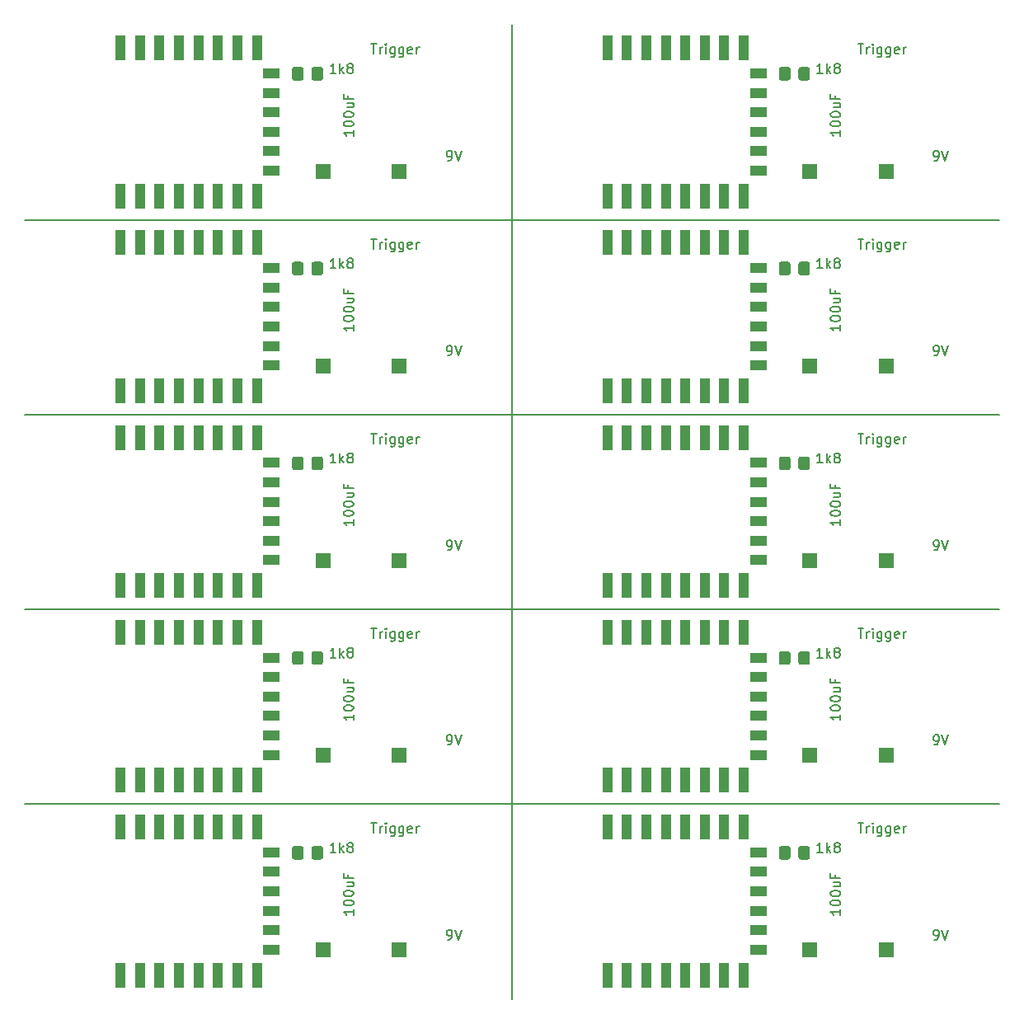
<source format=gbr>
%TF.GenerationSoftware,KiCad,Pcbnew,(5.1.9)-1*%
%TF.CreationDate,2021-05-04T22:29:10+02:00*%
%TF.ProjectId,DOORSENSOR_Simple_9V,444f4f52-5345-44e5-934f-525f53696d70,rev?*%
%TF.SameCoordinates,Original*%
%TF.FileFunction,Paste,Top*%
%TF.FilePolarity,Positive*%
%FSLAX46Y46*%
G04 Gerber Fmt 4.6, Leading zero omitted, Abs format (unit mm)*
G04 Created by KiCad (PCBNEW (5.1.9)-1) date 2021-05-04 22:29:10*
%MOMM*%
%LPD*%
G01*
G04 APERTURE LIST*
%ADD10C,0.150000*%
%ADD11R,1.000000X2.500000*%
%ADD12R,1.800000X1.000000*%
%ADD13R,1.500000X1.500000*%
G04 APERTURE END LIST*
D10*
X26000000Y-76000000D02*
X126000000Y-76000000D01*
X76000000Y-36000000D02*
X76000000Y-136000000D01*
X26000000Y-116000000D02*
X126000000Y-116000000D01*
X26000000Y-96000000D02*
X126000000Y-96000000D01*
X26000000Y-56000000D02*
X126000000Y-56000000D01*
%TO.C,SW1*%
X61523809Y-117952380D02*
X62095238Y-117952380D01*
X61809523Y-118952380D02*
X61809523Y-117952380D01*
X62428571Y-118952380D02*
X62428571Y-118285714D01*
X62428571Y-118476190D02*
X62476190Y-118380952D01*
X62523809Y-118333333D01*
X62619047Y-118285714D01*
X62714285Y-118285714D01*
X63047619Y-118952380D02*
X63047619Y-118285714D01*
X63047619Y-117952380D02*
X63000000Y-118000000D01*
X63047619Y-118047619D01*
X63095238Y-118000000D01*
X63047619Y-117952380D01*
X63047619Y-118047619D01*
X63952380Y-118285714D02*
X63952380Y-119095238D01*
X63904761Y-119190476D01*
X63857142Y-119238095D01*
X63761904Y-119285714D01*
X63619047Y-119285714D01*
X63523809Y-119238095D01*
X63952380Y-118904761D02*
X63857142Y-118952380D01*
X63666666Y-118952380D01*
X63571428Y-118904761D01*
X63523809Y-118857142D01*
X63476190Y-118761904D01*
X63476190Y-118476190D01*
X63523809Y-118380952D01*
X63571428Y-118333333D01*
X63666666Y-118285714D01*
X63857142Y-118285714D01*
X63952380Y-118333333D01*
X64857142Y-118285714D02*
X64857142Y-119095238D01*
X64809523Y-119190476D01*
X64761904Y-119238095D01*
X64666666Y-119285714D01*
X64523809Y-119285714D01*
X64428571Y-119238095D01*
X64857142Y-118904761D02*
X64761904Y-118952380D01*
X64571428Y-118952380D01*
X64476190Y-118904761D01*
X64428571Y-118857142D01*
X64380952Y-118761904D01*
X64380952Y-118476190D01*
X64428571Y-118380952D01*
X64476190Y-118333333D01*
X64571428Y-118285714D01*
X64761904Y-118285714D01*
X64857142Y-118333333D01*
X65714285Y-118904761D02*
X65619047Y-118952380D01*
X65428571Y-118952380D01*
X65333333Y-118904761D01*
X65285714Y-118809523D01*
X65285714Y-118428571D01*
X65333333Y-118333333D01*
X65428571Y-118285714D01*
X65619047Y-118285714D01*
X65714285Y-118333333D01*
X65761904Y-118428571D01*
X65761904Y-118523809D01*
X65285714Y-118619047D01*
X66190476Y-118952380D02*
X66190476Y-118285714D01*
X66190476Y-118476190D02*
X66238095Y-118380952D01*
X66285714Y-118333333D01*
X66380952Y-118285714D01*
X66476190Y-118285714D01*
%TO.C,J1*%
X69380952Y-129902380D02*
X69571428Y-129902380D01*
X69666666Y-129854761D01*
X69714285Y-129807142D01*
X69809523Y-129664285D01*
X69857142Y-129473809D01*
X69857142Y-129092857D01*
X69809523Y-128997619D01*
X69761904Y-128950000D01*
X69666666Y-128902380D01*
X69476190Y-128902380D01*
X69380952Y-128950000D01*
X69333333Y-128997619D01*
X69285714Y-129092857D01*
X69285714Y-129330952D01*
X69333333Y-129426190D01*
X69380952Y-129473809D01*
X69476190Y-129521428D01*
X69666666Y-129521428D01*
X69761904Y-129473809D01*
X69809523Y-129426190D01*
X69857142Y-129330952D01*
X70142857Y-128902380D02*
X70476190Y-129902380D01*
X70809523Y-128902380D01*
%TO.C,R3*%
X107904761Y-120952380D02*
X107333333Y-120952380D01*
X107619047Y-120952380D02*
X107619047Y-119952380D01*
X107523809Y-120095238D01*
X107428571Y-120190476D01*
X107333333Y-120238095D01*
X108333333Y-120952380D02*
X108333333Y-119952380D01*
X108428571Y-120571428D02*
X108714285Y-120952380D01*
X108714285Y-120285714D02*
X108333333Y-120666666D01*
X109285714Y-120380952D02*
X109190476Y-120333333D01*
X109142857Y-120285714D01*
X109095238Y-120190476D01*
X109095238Y-120142857D01*
X109142857Y-120047619D01*
X109190476Y-120000000D01*
X109285714Y-119952380D01*
X109476190Y-119952380D01*
X109571428Y-120000000D01*
X109619047Y-120047619D01*
X109666666Y-120142857D01*
X109666666Y-120190476D01*
X109619047Y-120285714D01*
X109571428Y-120333333D01*
X109476190Y-120380952D01*
X109285714Y-120380952D01*
X109190476Y-120428571D01*
X109142857Y-120476190D01*
X109095238Y-120571428D01*
X109095238Y-120761904D01*
X109142857Y-120857142D01*
X109190476Y-120904761D01*
X109285714Y-120952380D01*
X109476190Y-120952380D01*
X109571428Y-120904761D01*
X109619047Y-120857142D01*
X109666666Y-120761904D01*
X109666666Y-120571428D01*
X109619047Y-120476190D01*
X109571428Y-120428571D01*
X109476190Y-120380952D01*
%TO.C,SW1*%
X111523809Y-117952380D02*
X112095238Y-117952380D01*
X111809523Y-118952380D02*
X111809523Y-117952380D01*
X112428571Y-118952380D02*
X112428571Y-118285714D01*
X112428571Y-118476190D02*
X112476190Y-118380952D01*
X112523809Y-118333333D01*
X112619047Y-118285714D01*
X112714285Y-118285714D01*
X113047619Y-118952380D02*
X113047619Y-118285714D01*
X113047619Y-117952380D02*
X113000000Y-118000000D01*
X113047619Y-118047619D01*
X113095238Y-118000000D01*
X113047619Y-117952380D01*
X113047619Y-118047619D01*
X113952380Y-118285714D02*
X113952380Y-119095238D01*
X113904761Y-119190476D01*
X113857142Y-119238095D01*
X113761904Y-119285714D01*
X113619047Y-119285714D01*
X113523809Y-119238095D01*
X113952380Y-118904761D02*
X113857142Y-118952380D01*
X113666666Y-118952380D01*
X113571428Y-118904761D01*
X113523809Y-118857142D01*
X113476190Y-118761904D01*
X113476190Y-118476190D01*
X113523809Y-118380952D01*
X113571428Y-118333333D01*
X113666666Y-118285714D01*
X113857142Y-118285714D01*
X113952380Y-118333333D01*
X114857142Y-118285714D02*
X114857142Y-119095238D01*
X114809523Y-119190476D01*
X114761904Y-119238095D01*
X114666666Y-119285714D01*
X114523809Y-119285714D01*
X114428571Y-119238095D01*
X114857142Y-118904761D02*
X114761904Y-118952380D01*
X114571428Y-118952380D01*
X114476190Y-118904761D01*
X114428571Y-118857142D01*
X114380952Y-118761904D01*
X114380952Y-118476190D01*
X114428571Y-118380952D01*
X114476190Y-118333333D01*
X114571428Y-118285714D01*
X114761904Y-118285714D01*
X114857142Y-118333333D01*
X115714285Y-118904761D02*
X115619047Y-118952380D01*
X115428571Y-118952380D01*
X115333333Y-118904761D01*
X115285714Y-118809523D01*
X115285714Y-118428571D01*
X115333333Y-118333333D01*
X115428571Y-118285714D01*
X115619047Y-118285714D01*
X115714285Y-118333333D01*
X115761904Y-118428571D01*
X115761904Y-118523809D01*
X115285714Y-118619047D01*
X116190476Y-118952380D02*
X116190476Y-118285714D01*
X116190476Y-118476190D02*
X116238095Y-118380952D01*
X116285714Y-118333333D01*
X116380952Y-118285714D01*
X116476190Y-118285714D01*
%TO.C,C1*%
X109702380Y-126797619D02*
X109702380Y-127369047D01*
X109702380Y-127083333D02*
X108702380Y-127083333D01*
X108845238Y-127178571D01*
X108940476Y-127273809D01*
X108988095Y-127369047D01*
X108702380Y-126178571D02*
X108702380Y-126083333D01*
X108750000Y-125988095D01*
X108797619Y-125940476D01*
X108892857Y-125892857D01*
X109083333Y-125845238D01*
X109321428Y-125845238D01*
X109511904Y-125892857D01*
X109607142Y-125940476D01*
X109654761Y-125988095D01*
X109702380Y-126083333D01*
X109702380Y-126178571D01*
X109654761Y-126273809D01*
X109607142Y-126321428D01*
X109511904Y-126369047D01*
X109321428Y-126416666D01*
X109083333Y-126416666D01*
X108892857Y-126369047D01*
X108797619Y-126321428D01*
X108750000Y-126273809D01*
X108702380Y-126178571D01*
X108702380Y-125226190D02*
X108702380Y-125130952D01*
X108750000Y-125035714D01*
X108797619Y-124988095D01*
X108892857Y-124940476D01*
X109083333Y-124892857D01*
X109321428Y-124892857D01*
X109511904Y-124940476D01*
X109607142Y-124988095D01*
X109654761Y-125035714D01*
X109702380Y-125130952D01*
X109702380Y-125226190D01*
X109654761Y-125321428D01*
X109607142Y-125369047D01*
X109511904Y-125416666D01*
X109321428Y-125464285D01*
X109083333Y-125464285D01*
X108892857Y-125416666D01*
X108797619Y-125369047D01*
X108750000Y-125321428D01*
X108702380Y-125226190D01*
X109035714Y-124035714D02*
X109702380Y-124035714D01*
X109035714Y-124464285D02*
X109559523Y-124464285D01*
X109654761Y-124416666D01*
X109702380Y-124321428D01*
X109702380Y-124178571D01*
X109654761Y-124083333D01*
X109607142Y-124035714D01*
X109178571Y-123226190D02*
X109178571Y-123559523D01*
X109702380Y-123559523D02*
X108702380Y-123559523D01*
X108702380Y-123083333D01*
X59702380Y-126797619D02*
X59702380Y-127369047D01*
X59702380Y-127083333D02*
X58702380Y-127083333D01*
X58845238Y-127178571D01*
X58940476Y-127273809D01*
X58988095Y-127369047D01*
X58702380Y-126178571D02*
X58702380Y-126083333D01*
X58750000Y-125988095D01*
X58797619Y-125940476D01*
X58892857Y-125892857D01*
X59083333Y-125845238D01*
X59321428Y-125845238D01*
X59511904Y-125892857D01*
X59607142Y-125940476D01*
X59654761Y-125988095D01*
X59702380Y-126083333D01*
X59702380Y-126178571D01*
X59654761Y-126273809D01*
X59607142Y-126321428D01*
X59511904Y-126369047D01*
X59321428Y-126416666D01*
X59083333Y-126416666D01*
X58892857Y-126369047D01*
X58797619Y-126321428D01*
X58750000Y-126273809D01*
X58702380Y-126178571D01*
X58702380Y-125226190D02*
X58702380Y-125130952D01*
X58750000Y-125035714D01*
X58797619Y-124988095D01*
X58892857Y-124940476D01*
X59083333Y-124892857D01*
X59321428Y-124892857D01*
X59511904Y-124940476D01*
X59607142Y-124988095D01*
X59654761Y-125035714D01*
X59702380Y-125130952D01*
X59702380Y-125226190D01*
X59654761Y-125321428D01*
X59607142Y-125369047D01*
X59511904Y-125416666D01*
X59321428Y-125464285D01*
X59083333Y-125464285D01*
X58892857Y-125416666D01*
X58797619Y-125369047D01*
X58750000Y-125321428D01*
X58702380Y-125226190D01*
X59035714Y-124035714D02*
X59702380Y-124035714D01*
X59035714Y-124464285D02*
X59559523Y-124464285D01*
X59654761Y-124416666D01*
X59702380Y-124321428D01*
X59702380Y-124178571D01*
X59654761Y-124083333D01*
X59607142Y-124035714D01*
X59178571Y-123226190D02*
X59178571Y-123559523D01*
X59702380Y-123559523D02*
X58702380Y-123559523D01*
X58702380Y-123083333D01*
%TO.C,R3*%
X57904761Y-120952380D02*
X57333333Y-120952380D01*
X57619047Y-120952380D02*
X57619047Y-119952380D01*
X57523809Y-120095238D01*
X57428571Y-120190476D01*
X57333333Y-120238095D01*
X58333333Y-120952380D02*
X58333333Y-119952380D01*
X58428571Y-120571428D02*
X58714285Y-120952380D01*
X58714285Y-120285714D02*
X58333333Y-120666666D01*
X59285714Y-120380952D02*
X59190476Y-120333333D01*
X59142857Y-120285714D01*
X59095238Y-120190476D01*
X59095238Y-120142857D01*
X59142857Y-120047619D01*
X59190476Y-120000000D01*
X59285714Y-119952380D01*
X59476190Y-119952380D01*
X59571428Y-120000000D01*
X59619047Y-120047619D01*
X59666666Y-120142857D01*
X59666666Y-120190476D01*
X59619047Y-120285714D01*
X59571428Y-120333333D01*
X59476190Y-120380952D01*
X59285714Y-120380952D01*
X59190476Y-120428571D01*
X59142857Y-120476190D01*
X59095238Y-120571428D01*
X59095238Y-120761904D01*
X59142857Y-120857142D01*
X59190476Y-120904761D01*
X59285714Y-120952380D01*
X59476190Y-120952380D01*
X59571428Y-120904761D01*
X59619047Y-120857142D01*
X59666666Y-120761904D01*
X59666666Y-120571428D01*
X59619047Y-120476190D01*
X59571428Y-120428571D01*
X59476190Y-120380952D01*
%TO.C,J1*%
X119380952Y-129902380D02*
X119571428Y-129902380D01*
X119666666Y-129854761D01*
X119714285Y-129807142D01*
X119809523Y-129664285D01*
X119857142Y-129473809D01*
X119857142Y-129092857D01*
X119809523Y-128997619D01*
X119761904Y-128950000D01*
X119666666Y-128902380D01*
X119476190Y-128902380D01*
X119380952Y-128950000D01*
X119333333Y-128997619D01*
X119285714Y-129092857D01*
X119285714Y-129330952D01*
X119333333Y-129426190D01*
X119380952Y-129473809D01*
X119476190Y-129521428D01*
X119666666Y-129521428D01*
X119761904Y-129473809D01*
X119809523Y-129426190D01*
X119857142Y-129330952D01*
X120142857Y-128902380D02*
X120476190Y-129902380D01*
X120809523Y-128902380D01*
%TO.C,R3*%
X57904761Y-100952380D02*
X57333333Y-100952380D01*
X57619047Y-100952380D02*
X57619047Y-99952380D01*
X57523809Y-100095238D01*
X57428571Y-100190476D01*
X57333333Y-100238095D01*
X58333333Y-100952380D02*
X58333333Y-99952380D01*
X58428571Y-100571428D02*
X58714285Y-100952380D01*
X58714285Y-100285714D02*
X58333333Y-100666666D01*
X59285714Y-100380952D02*
X59190476Y-100333333D01*
X59142857Y-100285714D01*
X59095238Y-100190476D01*
X59095238Y-100142857D01*
X59142857Y-100047619D01*
X59190476Y-100000000D01*
X59285714Y-99952380D01*
X59476190Y-99952380D01*
X59571428Y-100000000D01*
X59619047Y-100047619D01*
X59666666Y-100142857D01*
X59666666Y-100190476D01*
X59619047Y-100285714D01*
X59571428Y-100333333D01*
X59476190Y-100380952D01*
X59285714Y-100380952D01*
X59190476Y-100428571D01*
X59142857Y-100476190D01*
X59095238Y-100571428D01*
X59095238Y-100761904D01*
X59142857Y-100857142D01*
X59190476Y-100904761D01*
X59285714Y-100952380D01*
X59476190Y-100952380D01*
X59571428Y-100904761D01*
X59619047Y-100857142D01*
X59666666Y-100761904D01*
X59666666Y-100571428D01*
X59619047Y-100476190D01*
X59571428Y-100428571D01*
X59476190Y-100380952D01*
%TO.C,J1*%
X119380952Y-109902380D02*
X119571428Y-109902380D01*
X119666666Y-109854761D01*
X119714285Y-109807142D01*
X119809523Y-109664285D01*
X119857142Y-109473809D01*
X119857142Y-109092857D01*
X119809523Y-108997619D01*
X119761904Y-108950000D01*
X119666666Y-108902380D01*
X119476190Y-108902380D01*
X119380952Y-108950000D01*
X119333333Y-108997619D01*
X119285714Y-109092857D01*
X119285714Y-109330952D01*
X119333333Y-109426190D01*
X119380952Y-109473809D01*
X119476190Y-109521428D01*
X119666666Y-109521428D01*
X119761904Y-109473809D01*
X119809523Y-109426190D01*
X119857142Y-109330952D01*
X120142857Y-108902380D02*
X120476190Y-109902380D01*
X120809523Y-108902380D01*
%TO.C,SW1*%
X61523809Y-97952380D02*
X62095238Y-97952380D01*
X61809523Y-98952380D02*
X61809523Y-97952380D01*
X62428571Y-98952380D02*
X62428571Y-98285714D01*
X62428571Y-98476190D02*
X62476190Y-98380952D01*
X62523809Y-98333333D01*
X62619047Y-98285714D01*
X62714285Y-98285714D01*
X63047619Y-98952380D02*
X63047619Y-98285714D01*
X63047619Y-97952380D02*
X63000000Y-98000000D01*
X63047619Y-98047619D01*
X63095238Y-98000000D01*
X63047619Y-97952380D01*
X63047619Y-98047619D01*
X63952380Y-98285714D02*
X63952380Y-99095238D01*
X63904761Y-99190476D01*
X63857142Y-99238095D01*
X63761904Y-99285714D01*
X63619047Y-99285714D01*
X63523809Y-99238095D01*
X63952380Y-98904761D02*
X63857142Y-98952380D01*
X63666666Y-98952380D01*
X63571428Y-98904761D01*
X63523809Y-98857142D01*
X63476190Y-98761904D01*
X63476190Y-98476190D01*
X63523809Y-98380952D01*
X63571428Y-98333333D01*
X63666666Y-98285714D01*
X63857142Y-98285714D01*
X63952380Y-98333333D01*
X64857142Y-98285714D02*
X64857142Y-99095238D01*
X64809523Y-99190476D01*
X64761904Y-99238095D01*
X64666666Y-99285714D01*
X64523809Y-99285714D01*
X64428571Y-99238095D01*
X64857142Y-98904761D02*
X64761904Y-98952380D01*
X64571428Y-98952380D01*
X64476190Y-98904761D01*
X64428571Y-98857142D01*
X64380952Y-98761904D01*
X64380952Y-98476190D01*
X64428571Y-98380952D01*
X64476190Y-98333333D01*
X64571428Y-98285714D01*
X64761904Y-98285714D01*
X64857142Y-98333333D01*
X65714285Y-98904761D02*
X65619047Y-98952380D01*
X65428571Y-98952380D01*
X65333333Y-98904761D01*
X65285714Y-98809523D01*
X65285714Y-98428571D01*
X65333333Y-98333333D01*
X65428571Y-98285714D01*
X65619047Y-98285714D01*
X65714285Y-98333333D01*
X65761904Y-98428571D01*
X65761904Y-98523809D01*
X65285714Y-98619047D01*
X66190476Y-98952380D02*
X66190476Y-98285714D01*
X66190476Y-98476190D02*
X66238095Y-98380952D01*
X66285714Y-98333333D01*
X66380952Y-98285714D01*
X66476190Y-98285714D01*
%TO.C,J1*%
X69380952Y-109902380D02*
X69571428Y-109902380D01*
X69666666Y-109854761D01*
X69714285Y-109807142D01*
X69809523Y-109664285D01*
X69857142Y-109473809D01*
X69857142Y-109092857D01*
X69809523Y-108997619D01*
X69761904Y-108950000D01*
X69666666Y-108902380D01*
X69476190Y-108902380D01*
X69380952Y-108950000D01*
X69333333Y-108997619D01*
X69285714Y-109092857D01*
X69285714Y-109330952D01*
X69333333Y-109426190D01*
X69380952Y-109473809D01*
X69476190Y-109521428D01*
X69666666Y-109521428D01*
X69761904Y-109473809D01*
X69809523Y-109426190D01*
X69857142Y-109330952D01*
X70142857Y-108902380D02*
X70476190Y-109902380D01*
X70809523Y-108902380D01*
%TO.C,R3*%
X107904761Y-100952380D02*
X107333333Y-100952380D01*
X107619047Y-100952380D02*
X107619047Y-99952380D01*
X107523809Y-100095238D01*
X107428571Y-100190476D01*
X107333333Y-100238095D01*
X108333333Y-100952380D02*
X108333333Y-99952380D01*
X108428571Y-100571428D02*
X108714285Y-100952380D01*
X108714285Y-100285714D02*
X108333333Y-100666666D01*
X109285714Y-100380952D02*
X109190476Y-100333333D01*
X109142857Y-100285714D01*
X109095238Y-100190476D01*
X109095238Y-100142857D01*
X109142857Y-100047619D01*
X109190476Y-100000000D01*
X109285714Y-99952380D01*
X109476190Y-99952380D01*
X109571428Y-100000000D01*
X109619047Y-100047619D01*
X109666666Y-100142857D01*
X109666666Y-100190476D01*
X109619047Y-100285714D01*
X109571428Y-100333333D01*
X109476190Y-100380952D01*
X109285714Y-100380952D01*
X109190476Y-100428571D01*
X109142857Y-100476190D01*
X109095238Y-100571428D01*
X109095238Y-100761904D01*
X109142857Y-100857142D01*
X109190476Y-100904761D01*
X109285714Y-100952380D01*
X109476190Y-100952380D01*
X109571428Y-100904761D01*
X109619047Y-100857142D01*
X109666666Y-100761904D01*
X109666666Y-100571428D01*
X109619047Y-100476190D01*
X109571428Y-100428571D01*
X109476190Y-100380952D01*
%TO.C,C1*%
X109702380Y-106797619D02*
X109702380Y-107369047D01*
X109702380Y-107083333D02*
X108702380Y-107083333D01*
X108845238Y-107178571D01*
X108940476Y-107273809D01*
X108988095Y-107369047D01*
X108702380Y-106178571D02*
X108702380Y-106083333D01*
X108750000Y-105988095D01*
X108797619Y-105940476D01*
X108892857Y-105892857D01*
X109083333Y-105845238D01*
X109321428Y-105845238D01*
X109511904Y-105892857D01*
X109607142Y-105940476D01*
X109654761Y-105988095D01*
X109702380Y-106083333D01*
X109702380Y-106178571D01*
X109654761Y-106273809D01*
X109607142Y-106321428D01*
X109511904Y-106369047D01*
X109321428Y-106416666D01*
X109083333Y-106416666D01*
X108892857Y-106369047D01*
X108797619Y-106321428D01*
X108750000Y-106273809D01*
X108702380Y-106178571D01*
X108702380Y-105226190D02*
X108702380Y-105130952D01*
X108750000Y-105035714D01*
X108797619Y-104988095D01*
X108892857Y-104940476D01*
X109083333Y-104892857D01*
X109321428Y-104892857D01*
X109511904Y-104940476D01*
X109607142Y-104988095D01*
X109654761Y-105035714D01*
X109702380Y-105130952D01*
X109702380Y-105226190D01*
X109654761Y-105321428D01*
X109607142Y-105369047D01*
X109511904Y-105416666D01*
X109321428Y-105464285D01*
X109083333Y-105464285D01*
X108892857Y-105416666D01*
X108797619Y-105369047D01*
X108750000Y-105321428D01*
X108702380Y-105226190D01*
X109035714Y-104035714D02*
X109702380Y-104035714D01*
X109035714Y-104464285D02*
X109559523Y-104464285D01*
X109654761Y-104416666D01*
X109702380Y-104321428D01*
X109702380Y-104178571D01*
X109654761Y-104083333D01*
X109607142Y-104035714D01*
X109178571Y-103226190D02*
X109178571Y-103559523D01*
X109702380Y-103559523D02*
X108702380Y-103559523D01*
X108702380Y-103083333D01*
%TO.C,SW1*%
X111523809Y-97952380D02*
X112095238Y-97952380D01*
X111809523Y-98952380D02*
X111809523Y-97952380D01*
X112428571Y-98952380D02*
X112428571Y-98285714D01*
X112428571Y-98476190D02*
X112476190Y-98380952D01*
X112523809Y-98333333D01*
X112619047Y-98285714D01*
X112714285Y-98285714D01*
X113047619Y-98952380D02*
X113047619Y-98285714D01*
X113047619Y-97952380D02*
X113000000Y-98000000D01*
X113047619Y-98047619D01*
X113095238Y-98000000D01*
X113047619Y-97952380D01*
X113047619Y-98047619D01*
X113952380Y-98285714D02*
X113952380Y-99095238D01*
X113904761Y-99190476D01*
X113857142Y-99238095D01*
X113761904Y-99285714D01*
X113619047Y-99285714D01*
X113523809Y-99238095D01*
X113952380Y-98904761D02*
X113857142Y-98952380D01*
X113666666Y-98952380D01*
X113571428Y-98904761D01*
X113523809Y-98857142D01*
X113476190Y-98761904D01*
X113476190Y-98476190D01*
X113523809Y-98380952D01*
X113571428Y-98333333D01*
X113666666Y-98285714D01*
X113857142Y-98285714D01*
X113952380Y-98333333D01*
X114857142Y-98285714D02*
X114857142Y-99095238D01*
X114809523Y-99190476D01*
X114761904Y-99238095D01*
X114666666Y-99285714D01*
X114523809Y-99285714D01*
X114428571Y-99238095D01*
X114857142Y-98904761D02*
X114761904Y-98952380D01*
X114571428Y-98952380D01*
X114476190Y-98904761D01*
X114428571Y-98857142D01*
X114380952Y-98761904D01*
X114380952Y-98476190D01*
X114428571Y-98380952D01*
X114476190Y-98333333D01*
X114571428Y-98285714D01*
X114761904Y-98285714D01*
X114857142Y-98333333D01*
X115714285Y-98904761D02*
X115619047Y-98952380D01*
X115428571Y-98952380D01*
X115333333Y-98904761D01*
X115285714Y-98809523D01*
X115285714Y-98428571D01*
X115333333Y-98333333D01*
X115428571Y-98285714D01*
X115619047Y-98285714D01*
X115714285Y-98333333D01*
X115761904Y-98428571D01*
X115761904Y-98523809D01*
X115285714Y-98619047D01*
X116190476Y-98952380D02*
X116190476Y-98285714D01*
X116190476Y-98476190D02*
X116238095Y-98380952D01*
X116285714Y-98333333D01*
X116380952Y-98285714D01*
X116476190Y-98285714D01*
%TO.C,C1*%
X59702380Y-106797619D02*
X59702380Y-107369047D01*
X59702380Y-107083333D02*
X58702380Y-107083333D01*
X58845238Y-107178571D01*
X58940476Y-107273809D01*
X58988095Y-107369047D01*
X58702380Y-106178571D02*
X58702380Y-106083333D01*
X58750000Y-105988095D01*
X58797619Y-105940476D01*
X58892857Y-105892857D01*
X59083333Y-105845238D01*
X59321428Y-105845238D01*
X59511904Y-105892857D01*
X59607142Y-105940476D01*
X59654761Y-105988095D01*
X59702380Y-106083333D01*
X59702380Y-106178571D01*
X59654761Y-106273809D01*
X59607142Y-106321428D01*
X59511904Y-106369047D01*
X59321428Y-106416666D01*
X59083333Y-106416666D01*
X58892857Y-106369047D01*
X58797619Y-106321428D01*
X58750000Y-106273809D01*
X58702380Y-106178571D01*
X58702380Y-105226190D02*
X58702380Y-105130952D01*
X58750000Y-105035714D01*
X58797619Y-104988095D01*
X58892857Y-104940476D01*
X59083333Y-104892857D01*
X59321428Y-104892857D01*
X59511904Y-104940476D01*
X59607142Y-104988095D01*
X59654761Y-105035714D01*
X59702380Y-105130952D01*
X59702380Y-105226190D01*
X59654761Y-105321428D01*
X59607142Y-105369047D01*
X59511904Y-105416666D01*
X59321428Y-105464285D01*
X59083333Y-105464285D01*
X58892857Y-105416666D01*
X58797619Y-105369047D01*
X58750000Y-105321428D01*
X58702380Y-105226190D01*
X59035714Y-104035714D02*
X59702380Y-104035714D01*
X59035714Y-104464285D02*
X59559523Y-104464285D01*
X59654761Y-104416666D01*
X59702380Y-104321428D01*
X59702380Y-104178571D01*
X59654761Y-104083333D01*
X59607142Y-104035714D01*
X59178571Y-103226190D02*
X59178571Y-103559523D01*
X59702380Y-103559523D02*
X58702380Y-103559523D01*
X58702380Y-103083333D01*
%TO.C,J1*%
X119380952Y-89902380D02*
X119571428Y-89902380D01*
X119666666Y-89854761D01*
X119714285Y-89807142D01*
X119809523Y-89664285D01*
X119857142Y-89473809D01*
X119857142Y-89092857D01*
X119809523Y-88997619D01*
X119761904Y-88950000D01*
X119666666Y-88902380D01*
X119476190Y-88902380D01*
X119380952Y-88950000D01*
X119333333Y-88997619D01*
X119285714Y-89092857D01*
X119285714Y-89330952D01*
X119333333Y-89426190D01*
X119380952Y-89473809D01*
X119476190Y-89521428D01*
X119666666Y-89521428D01*
X119761904Y-89473809D01*
X119809523Y-89426190D01*
X119857142Y-89330952D01*
X120142857Y-88902380D02*
X120476190Y-89902380D01*
X120809523Y-88902380D01*
%TO.C,R3*%
X57904761Y-80952380D02*
X57333333Y-80952380D01*
X57619047Y-80952380D02*
X57619047Y-79952380D01*
X57523809Y-80095238D01*
X57428571Y-80190476D01*
X57333333Y-80238095D01*
X58333333Y-80952380D02*
X58333333Y-79952380D01*
X58428571Y-80571428D02*
X58714285Y-80952380D01*
X58714285Y-80285714D02*
X58333333Y-80666666D01*
X59285714Y-80380952D02*
X59190476Y-80333333D01*
X59142857Y-80285714D01*
X59095238Y-80190476D01*
X59095238Y-80142857D01*
X59142857Y-80047619D01*
X59190476Y-80000000D01*
X59285714Y-79952380D01*
X59476190Y-79952380D01*
X59571428Y-80000000D01*
X59619047Y-80047619D01*
X59666666Y-80142857D01*
X59666666Y-80190476D01*
X59619047Y-80285714D01*
X59571428Y-80333333D01*
X59476190Y-80380952D01*
X59285714Y-80380952D01*
X59190476Y-80428571D01*
X59142857Y-80476190D01*
X59095238Y-80571428D01*
X59095238Y-80761904D01*
X59142857Y-80857142D01*
X59190476Y-80904761D01*
X59285714Y-80952380D01*
X59476190Y-80952380D01*
X59571428Y-80904761D01*
X59619047Y-80857142D01*
X59666666Y-80761904D01*
X59666666Y-80571428D01*
X59619047Y-80476190D01*
X59571428Y-80428571D01*
X59476190Y-80380952D01*
%TO.C,SW1*%
X61523809Y-77952380D02*
X62095238Y-77952380D01*
X61809523Y-78952380D02*
X61809523Y-77952380D01*
X62428571Y-78952380D02*
X62428571Y-78285714D01*
X62428571Y-78476190D02*
X62476190Y-78380952D01*
X62523809Y-78333333D01*
X62619047Y-78285714D01*
X62714285Y-78285714D01*
X63047619Y-78952380D02*
X63047619Y-78285714D01*
X63047619Y-77952380D02*
X63000000Y-78000000D01*
X63047619Y-78047619D01*
X63095238Y-78000000D01*
X63047619Y-77952380D01*
X63047619Y-78047619D01*
X63952380Y-78285714D02*
X63952380Y-79095238D01*
X63904761Y-79190476D01*
X63857142Y-79238095D01*
X63761904Y-79285714D01*
X63619047Y-79285714D01*
X63523809Y-79238095D01*
X63952380Y-78904761D02*
X63857142Y-78952380D01*
X63666666Y-78952380D01*
X63571428Y-78904761D01*
X63523809Y-78857142D01*
X63476190Y-78761904D01*
X63476190Y-78476190D01*
X63523809Y-78380952D01*
X63571428Y-78333333D01*
X63666666Y-78285714D01*
X63857142Y-78285714D01*
X63952380Y-78333333D01*
X64857142Y-78285714D02*
X64857142Y-79095238D01*
X64809523Y-79190476D01*
X64761904Y-79238095D01*
X64666666Y-79285714D01*
X64523809Y-79285714D01*
X64428571Y-79238095D01*
X64857142Y-78904761D02*
X64761904Y-78952380D01*
X64571428Y-78952380D01*
X64476190Y-78904761D01*
X64428571Y-78857142D01*
X64380952Y-78761904D01*
X64380952Y-78476190D01*
X64428571Y-78380952D01*
X64476190Y-78333333D01*
X64571428Y-78285714D01*
X64761904Y-78285714D01*
X64857142Y-78333333D01*
X65714285Y-78904761D02*
X65619047Y-78952380D01*
X65428571Y-78952380D01*
X65333333Y-78904761D01*
X65285714Y-78809523D01*
X65285714Y-78428571D01*
X65333333Y-78333333D01*
X65428571Y-78285714D01*
X65619047Y-78285714D01*
X65714285Y-78333333D01*
X65761904Y-78428571D01*
X65761904Y-78523809D01*
X65285714Y-78619047D01*
X66190476Y-78952380D02*
X66190476Y-78285714D01*
X66190476Y-78476190D02*
X66238095Y-78380952D01*
X66285714Y-78333333D01*
X66380952Y-78285714D01*
X66476190Y-78285714D01*
%TO.C,C1*%
X109702380Y-86797619D02*
X109702380Y-87369047D01*
X109702380Y-87083333D02*
X108702380Y-87083333D01*
X108845238Y-87178571D01*
X108940476Y-87273809D01*
X108988095Y-87369047D01*
X108702380Y-86178571D02*
X108702380Y-86083333D01*
X108750000Y-85988095D01*
X108797619Y-85940476D01*
X108892857Y-85892857D01*
X109083333Y-85845238D01*
X109321428Y-85845238D01*
X109511904Y-85892857D01*
X109607142Y-85940476D01*
X109654761Y-85988095D01*
X109702380Y-86083333D01*
X109702380Y-86178571D01*
X109654761Y-86273809D01*
X109607142Y-86321428D01*
X109511904Y-86369047D01*
X109321428Y-86416666D01*
X109083333Y-86416666D01*
X108892857Y-86369047D01*
X108797619Y-86321428D01*
X108750000Y-86273809D01*
X108702380Y-86178571D01*
X108702380Y-85226190D02*
X108702380Y-85130952D01*
X108750000Y-85035714D01*
X108797619Y-84988095D01*
X108892857Y-84940476D01*
X109083333Y-84892857D01*
X109321428Y-84892857D01*
X109511904Y-84940476D01*
X109607142Y-84988095D01*
X109654761Y-85035714D01*
X109702380Y-85130952D01*
X109702380Y-85226190D01*
X109654761Y-85321428D01*
X109607142Y-85369047D01*
X109511904Y-85416666D01*
X109321428Y-85464285D01*
X109083333Y-85464285D01*
X108892857Y-85416666D01*
X108797619Y-85369047D01*
X108750000Y-85321428D01*
X108702380Y-85226190D01*
X109035714Y-84035714D02*
X109702380Y-84035714D01*
X109035714Y-84464285D02*
X109559523Y-84464285D01*
X109654761Y-84416666D01*
X109702380Y-84321428D01*
X109702380Y-84178571D01*
X109654761Y-84083333D01*
X109607142Y-84035714D01*
X109178571Y-83226190D02*
X109178571Y-83559523D01*
X109702380Y-83559523D02*
X108702380Y-83559523D01*
X108702380Y-83083333D01*
%TO.C,R3*%
X107904761Y-80952380D02*
X107333333Y-80952380D01*
X107619047Y-80952380D02*
X107619047Y-79952380D01*
X107523809Y-80095238D01*
X107428571Y-80190476D01*
X107333333Y-80238095D01*
X108333333Y-80952380D02*
X108333333Y-79952380D01*
X108428571Y-80571428D02*
X108714285Y-80952380D01*
X108714285Y-80285714D02*
X108333333Y-80666666D01*
X109285714Y-80380952D02*
X109190476Y-80333333D01*
X109142857Y-80285714D01*
X109095238Y-80190476D01*
X109095238Y-80142857D01*
X109142857Y-80047619D01*
X109190476Y-80000000D01*
X109285714Y-79952380D01*
X109476190Y-79952380D01*
X109571428Y-80000000D01*
X109619047Y-80047619D01*
X109666666Y-80142857D01*
X109666666Y-80190476D01*
X109619047Y-80285714D01*
X109571428Y-80333333D01*
X109476190Y-80380952D01*
X109285714Y-80380952D01*
X109190476Y-80428571D01*
X109142857Y-80476190D01*
X109095238Y-80571428D01*
X109095238Y-80761904D01*
X109142857Y-80857142D01*
X109190476Y-80904761D01*
X109285714Y-80952380D01*
X109476190Y-80952380D01*
X109571428Y-80904761D01*
X109619047Y-80857142D01*
X109666666Y-80761904D01*
X109666666Y-80571428D01*
X109619047Y-80476190D01*
X109571428Y-80428571D01*
X109476190Y-80380952D01*
%TO.C,J1*%
X69380952Y-89902380D02*
X69571428Y-89902380D01*
X69666666Y-89854761D01*
X69714285Y-89807142D01*
X69809523Y-89664285D01*
X69857142Y-89473809D01*
X69857142Y-89092857D01*
X69809523Y-88997619D01*
X69761904Y-88950000D01*
X69666666Y-88902380D01*
X69476190Y-88902380D01*
X69380952Y-88950000D01*
X69333333Y-88997619D01*
X69285714Y-89092857D01*
X69285714Y-89330952D01*
X69333333Y-89426190D01*
X69380952Y-89473809D01*
X69476190Y-89521428D01*
X69666666Y-89521428D01*
X69761904Y-89473809D01*
X69809523Y-89426190D01*
X69857142Y-89330952D01*
X70142857Y-88902380D02*
X70476190Y-89902380D01*
X70809523Y-88902380D01*
%TO.C,SW1*%
X111523809Y-77952380D02*
X112095238Y-77952380D01*
X111809523Y-78952380D02*
X111809523Y-77952380D01*
X112428571Y-78952380D02*
X112428571Y-78285714D01*
X112428571Y-78476190D02*
X112476190Y-78380952D01*
X112523809Y-78333333D01*
X112619047Y-78285714D01*
X112714285Y-78285714D01*
X113047619Y-78952380D02*
X113047619Y-78285714D01*
X113047619Y-77952380D02*
X113000000Y-78000000D01*
X113047619Y-78047619D01*
X113095238Y-78000000D01*
X113047619Y-77952380D01*
X113047619Y-78047619D01*
X113952380Y-78285714D02*
X113952380Y-79095238D01*
X113904761Y-79190476D01*
X113857142Y-79238095D01*
X113761904Y-79285714D01*
X113619047Y-79285714D01*
X113523809Y-79238095D01*
X113952380Y-78904761D02*
X113857142Y-78952380D01*
X113666666Y-78952380D01*
X113571428Y-78904761D01*
X113523809Y-78857142D01*
X113476190Y-78761904D01*
X113476190Y-78476190D01*
X113523809Y-78380952D01*
X113571428Y-78333333D01*
X113666666Y-78285714D01*
X113857142Y-78285714D01*
X113952380Y-78333333D01*
X114857142Y-78285714D02*
X114857142Y-79095238D01*
X114809523Y-79190476D01*
X114761904Y-79238095D01*
X114666666Y-79285714D01*
X114523809Y-79285714D01*
X114428571Y-79238095D01*
X114857142Y-78904761D02*
X114761904Y-78952380D01*
X114571428Y-78952380D01*
X114476190Y-78904761D01*
X114428571Y-78857142D01*
X114380952Y-78761904D01*
X114380952Y-78476190D01*
X114428571Y-78380952D01*
X114476190Y-78333333D01*
X114571428Y-78285714D01*
X114761904Y-78285714D01*
X114857142Y-78333333D01*
X115714285Y-78904761D02*
X115619047Y-78952380D01*
X115428571Y-78952380D01*
X115333333Y-78904761D01*
X115285714Y-78809523D01*
X115285714Y-78428571D01*
X115333333Y-78333333D01*
X115428571Y-78285714D01*
X115619047Y-78285714D01*
X115714285Y-78333333D01*
X115761904Y-78428571D01*
X115761904Y-78523809D01*
X115285714Y-78619047D01*
X116190476Y-78952380D02*
X116190476Y-78285714D01*
X116190476Y-78476190D02*
X116238095Y-78380952D01*
X116285714Y-78333333D01*
X116380952Y-78285714D01*
X116476190Y-78285714D01*
%TO.C,C1*%
X59702380Y-86797619D02*
X59702380Y-87369047D01*
X59702380Y-87083333D02*
X58702380Y-87083333D01*
X58845238Y-87178571D01*
X58940476Y-87273809D01*
X58988095Y-87369047D01*
X58702380Y-86178571D02*
X58702380Y-86083333D01*
X58750000Y-85988095D01*
X58797619Y-85940476D01*
X58892857Y-85892857D01*
X59083333Y-85845238D01*
X59321428Y-85845238D01*
X59511904Y-85892857D01*
X59607142Y-85940476D01*
X59654761Y-85988095D01*
X59702380Y-86083333D01*
X59702380Y-86178571D01*
X59654761Y-86273809D01*
X59607142Y-86321428D01*
X59511904Y-86369047D01*
X59321428Y-86416666D01*
X59083333Y-86416666D01*
X58892857Y-86369047D01*
X58797619Y-86321428D01*
X58750000Y-86273809D01*
X58702380Y-86178571D01*
X58702380Y-85226190D02*
X58702380Y-85130952D01*
X58750000Y-85035714D01*
X58797619Y-84988095D01*
X58892857Y-84940476D01*
X59083333Y-84892857D01*
X59321428Y-84892857D01*
X59511904Y-84940476D01*
X59607142Y-84988095D01*
X59654761Y-85035714D01*
X59702380Y-85130952D01*
X59702380Y-85226190D01*
X59654761Y-85321428D01*
X59607142Y-85369047D01*
X59511904Y-85416666D01*
X59321428Y-85464285D01*
X59083333Y-85464285D01*
X58892857Y-85416666D01*
X58797619Y-85369047D01*
X58750000Y-85321428D01*
X58702380Y-85226190D01*
X59035714Y-84035714D02*
X59702380Y-84035714D01*
X59035714Y-84464285D02*
X59559523Y-84464285D01*
X59654761Y-84416666D01*
X59702380Y-84321428D01*
X59702380Y-84178571D01*
X59654761Y-84083333D01*
X59607142Y-84035714D01*
X59178571Y-83226190D02*
X59178571Y-83559523D01*
X59702380Y-83559523D02*
X58702380Y-83559523D01*
X58702380Y-83083333D01*
%TO.C,SW1*%
X111523809Y-57952380D02*
X112095238Y-57952380D01*
X111809523Y-58952380D02*
X111809523Y-57952380D01*
X112428571Y-58952380D02*
X112428571Y-58285714D01*
X112428571Y-58476190D02*
X112476190Y-58380952D01*
X112523809Y-58333333D01*
X112619047Y-58285714D01*
X112714285Y-58285714D01*
X113047619Y-58952380D02*
X113047619Y-58285714D01*
X113047619Y-57952380D02*
X113000000Y-58000000D01*
X113047619Y-58047619D01*
X113095238Y-58000000D01*
X113047619Y-57952380D01*
X113047619Y-58047619D01*
X113952380Y-58285714D02*
X113952380Y-59095238D01*
X113904761Y-59190476D01*
X113857142Y-59238095D01*
X113761904Y-59285714D01*
X113619047Y-59285714D01*
X113523809Y-59238095D01*
X113952380Y-58904761D02*
X113857142Y-58952380D01*
X113666666Y-58952380D01*
X113571428Y-58904761D01*
X113523809Y-58857142D01*
X113476190Y-58761904D01*
X113476190Y-58476190D01*
X113523809Y-58380952D01*
X113571428Y-58333333D01*
X113666666Y-58285714D01*
X113857142Y-58285714D01*
X113952380Y-58333333D01*
X114857142Y-58285714D02*
X114857142Y-59095238D01*
X114809523Y-59190476D01*
X114761904Y-59238095D01*
X114666666Y-59285714D01*
X114523809Y-59285714D01*
X114428571Y-59238095D01*
X114857142Y-58904761D02*
X114761904Y-58952380D01*
X114571428Y-58952380D01*
X114476190Y-58904761D01*
X114428571Y-58857142D01*
X114380952Y-58761904D01*
X114380952Y-58476190D01*
X114428571Y-58380952D01*
X114476190Y-58333333D01*
X114571428Y-58285714D01*
X114761904Y-58285714D01*
X114857142Y-58333333D01*
X115714285Y-58904761D02*
X115619047Y-58952380D01*
X115428571Y-58952380D01*
X115333333Y-58904761D01*
X115285714Y-58809523D01*
X115285714Y-58428571D01*
X115333333Y-58333333D01*
X115428571Y-58285714D01*
X115619047Y-58285714D01*
X115714285Y-58333333D01*
X115761904Y-58428571D01*
X115761904Y-58523809D01*
X115285714Y-58619047D01*
X116190476Y-58952380D02*
X116190476Y-58285714D01*
X116190476Y-58476190D02*
X116238095Y-58380952D01*
X116285714Y-58333333D01*
X116380952Y-58285714D01*
X116476190Y-58285714D01*
%TO.C,J1*%
X119380952Y-69902380D02*
X119571428Y-69902380D01*
X119666666Y-69854761D01*
X119714285Y-69807142D01*
X119809523Y-69664285D01*
X119857142Y-69473809D01*
X119857142Y-69092857D01*
X119809523Y-68997619D01*
X119761904Y-68950000D01*
X119666666Y-68902380D01*
X119476190Y-68902380D01*
X119380952Y-68950000D01*
X119333333Y-68997619D01*
X119285714Y-69092857D01*
X119285714Y-69330952D01*
X119333333Y-69426190D01*
X119380952Y-69473809D01*
X119476190Y-69521428D01*
X119666666Y-69521428D01*
X119761904Y-69473809D01*
X119809523Y-69426190D01*
X119857142Y-69330952D01*
X120142857Y-68902380D02*
X120476190Y-69902380D01*
X120809523Y-68902380D01*
%TO.C,C1*%
X109702380Y-66797619D02*
X109702380Y-67369047D01*
X109702380Y-67083333D02*
X108702380Y-67083333D01*
X108845238Y-67178571D01*
X108940476Y-67273809D01*
X108988095Y-67369047D01*
X108702380Y-66178571D02*
X108702380Y-66083333D01*
X108750000Y-65988095D01*
X108797619Y-65940476D01*
X108892857Y-65892857D01*
X109083333Y-65845238D01*
X109321428Y-65845238D01*
X109511904Y-65892857D01*
X109607142Y-65940476D01*
X109654761Y-65988095D01*
X109702380Y-66083333D01*
X109702380Y-66178571D01*
X109654761Y-66273809D01*
X109607142Y-66321428D01*
X109511904Y-66369047D01*
X109321428Y-66416666D01*
X109083333Y-66416666D01*
X108892857Y-66369047D01*
X108797619Y-66321428D01*
X108750000Y-66273809D01*
X108702380Y-66178571D01*
X108702380Y-65226190D02*
X108702380Y-65130952D01*
X108750000Y-65035714D01*
X108797619Y-64988095D01*
X108892857Y-64940476D01*
X109083333Y-64892857D01*
X109321428Y-64892857D01*
X109511904Y-64940476D01*
X109607142Y-64988095D01*
X109654761Y-65035714D01*
X109702380Y-65130952D01*
X109702380Y-65226190D01*
X109654761Y-65321428D01*
X109607142Y-65369047D01*
X109511904Y-65416666D01*
X109321428Y-65464285D01*
X109083333Y-65464285D01*
X108892857Y-65416666D01*
X108797619Y-65369047D01*
X108750000Y-65321428D01*
X108702380Y-65226190D01*
X109035714Y-64035714D02*
X109702380Y-64035714D01*
X109035714Y-64464285D02*
X109559523Y-64464285D01*
X109654761Y-64416666D01*
X109702380Y-64321428D01*
X109702380Y-64178571D01*
X109654761Y-64083333D01*
X109607142Y-64035714D01*
X109178571Y-63226190D02*
X109178571Y-63559523D01*
X109702380Y-63559523D02*
X108702380Y-63559523D01*
X108702380Y-63083333D01*
%TO.C,R3*%
X57904761Y-60952380D02*
X57333333Y-60952380D01*
X57619047Y-60952380D02*
X57619047Y-59952380D01*
X57523809Y-60095238D01*
X57428571Y-60190476D01*
X57333333Y-60238095D01*
X58333333Y-60952380D02*
X58333333Y-59952380D01*
X58428571Y-60571428D02*
X58714285Y-60952380D01*
X58714285Y-60285714D02*
X58333333Y-60666666D01*
X59285714Y-60380952D02*
X59190476Y-60333333D01*
X59142857Y-60285714D01*
X59095238Y-60190476D01*
X59095238Y-60142857D01*
X59142857Y-60047619D01*
X59190476Y-60000000D01*
X59285714Y-59952380D01*
X59476190Y-59952380D01*
X59571428Y-60000000D01*
X59619047Y-60047619D01*
X59666666Y-60142857D01*
X59666666Y-60190476D01*
X59619047Y-60285714D01*
X59571428Y-60333333D01*
X59476190Y-60380952D01*
X59285714Y-60380952D01*
X59190476Y-60428571D01*
X59142857Y-60476190D01*
X59095238Y-60571428D01*
X59095238Y-60761904D01*
X59142857Y-60857142D01*
X59190476Y-60904761D01*
X59285714Y-60952380D01*
X59476190Y-60952380D01*
X59571428Y-60904761D01*
X59619047Y-60857142D01*
X59666666Y-60761904D01*
X59666666Y-60571428D01*
X59619047Y-60476190D01*
X59571428Y-60428571D01*
X59476190Y-60380952D01*
X107904761Y-60952380D02*
X107333333Y-60952380D01*
X107619047Y-60952380D02*
X107619047Y-59952380D01*
X107523809Y-60095238D01*
X107428571Y-60190476D01*
X107333333Y-60238095D01*
X108333333Y-60952380D02*
X108333333Y-59952380D01*
X108428571Y-60571428D02*
X108714285Y-60952380D01*
X108714285Y-60285714D02*
X108333333Y-60666666D01*
X109285714Y-60380952D02*
X109190476Y-60333333D01*
X109142857Y-60285714D01*
X109095238Y-60190476D01*
X109095238Y-60142857D01*
X109142857Y-60047619D01*
X109190476Y-60000000D01*
X109285714Y-59952380D01*
X109476190Y-59952380D01*
X109571428Y-60000000D01*
X109619047Y-60047619D01*
X109666666Y-60142857D01*
X109666666Y-60190476D01*
X109619047Y-60285714D01*
X109571428Y-60333333D01*
X109476190Y-60380952D01*
X109285714Y-60380952D01*
X109190476Y-60428571D01*
X109142857Y-60476190D01*
X109095238Y-60571428D01*
X109095238Y-60761904D01*
X109142857Y-60857142D01*
X109190476Y-60904761D01*
X109285714Y-60952380D01*
X109476190Y-60952380D01*
X109571428Y-60904761D01*
X109619047Y-60857142D01*
X109666666Y-60761904D01*
X109666666Y-60571428D01*
X109619047Y-60476190D01*
X109571428Y-60428571D01*
X109476190Y-60380952D01*
%TO.C,SW1*%
X61523809Y-57952380D02*
X62095238Y-57952380D01*
X61809523Y-58952380D02*
X61809523Y-57952380D01*
X62428571Y-58952380D02*
X62428571Y-58285714D01*
X62428571Y-58476190D02*
X62476190Y-58380952D01*
X62523809Y-58333333D01*
X62619047Y-58285714D01*
X62714285Y-58285714D01*
X63047619Y-58952380D02*
X63047619Y-58285714D01*
X63047619Y-57952380D02*
X63000000Y-58000000D01*
X63047619Y-58047619D01*
X63095238Y-58000000D01*
X63047619Y-57952380D01*
X63047619Y-58047619D01*
X63952380Y-58285714D02*
X63952380Y-59095238D01*
X63904761Y-59190476D01*
X63857142Y-59238095D01*
X63761904Y-59285714D01*
X63619047Y-59285714D01*
X63523809Y-59238095D01*
X63952380Y-58904761D02*
X63857142Y-58952380D01*
X63666666Y-58952380D01*
X63571428Y-58904761D01*
X63523809Y-58857142D01*
X63476190Y-58761904D01*
X63476190Y-58476190D01*
X63523809Y-58380952D01*
X63571428Y-58333333D01*
X63666666Y-58285714D01*
X63857142Y-58285714D01*
X63952380Y-58333333D01*
X64857142Y-58285714D02*
X64857142Y-59095238D01*
X64809523Y-59190476D01*
X64761904Y-59238095D01*
X64666666Y-59285714D01*
X64523809Y-59285714D01*
X64428571Y-59238095D01*
X64857142Y-58904761D02*
X64761904Y-58952380D01*
X64571428Y-58952380D01*
X64476190Y-58904761D01*
X64428571Y-58857142D01*
X64380952Y-58761904D01*
X64380952Y-58476190D01*
X64428571Y-58380952D01*
X64476190Y-58333333D01*
X64571428Y-58285714D01*
X64761904Y-58285714D01*
X64857142Y-58333333D01*
X65714285Y-58904761D02*
X65619047Y-58952380D01*
X65428571Y-58952380D01*
X65333333Y-58904761D01*
X65285714Y-58809523D01*
X65285714Y-58428571D01*
X65333333Y-58333333D01*
X65428571Y-58285714D01*
X65619047Y-58285714D01*
X65714285Y-58333333D01*
X65761904Y-58428571D01*
X65761904Y-58523809D01*
X65285714Y-58619047D01*
X66190476Y-58952380D02*
X66190476Y-58285714D01*
X66190476Y-58476190D02*
X66238095Y-58380952D01*
X66285714Y-58333333D01*
X66380952Y-58285714D01*
X66476190Y-58285714D01*
%TO.C,J1*%
X69380952Y-69902380D02*
X69571428Y-69902380D01*
X69666666Y-69854761D01*
X69714285Y-69807142D01*
X69809523Y-69664285D01*
X69857142Y-69473809D01*
X69857142Y-69092857D01*
X69809523Y-68997619D01*
X69761904Y-68950000D01*
X69666666Y-68902380D01*
X69476190Y-68902380D01*
X69380952Y-68950000D01*
X69333333Y-68997619D01*
X69285714Y-69092857D01*
X69285714Y-69330952D01*
X69333333Y-69426190D01*
X69380952Y-69473809D01*
X69476190Y-69521428D01*
X69666666Y-69521428D01*
X69761904Y-69473809D01*
X69809523Y-69426190D01*
X69857142Y-69330952D01*
X70142857Y-68902380D02*
X70476190Y-69902380D01*
X70809523Y-68902380D01*
%TO.C,C1*%
X59702380Y-66797619D02*
X59702380Y-67369047D01*
X59702380Y-67083333D02*
X58702380Y-67083333D01*
X58845238Y-67178571D01*
X58940476Y-67273809D01*
X58988095Y-67369047D01*
X58702380Y-66178571D02*
X58702380Y-66083333D01*
X58750000Y-65988095D01*
X58797619Y-65940476D01*
X58892857Y-65892857D01*
X59083333Y-65845238D01*
X59321428Y-65845238D01*
X59511904Y-65892857D01*
X59607142Y-65940476D01*
X59654761Y-65988095D01*
X59702380Y-66083333D01*
X59702380Y-66178571D01*
X59654761Y-66273809D01*
X59607142Y-66321428D01*
X59511904Y-66369047D01*
X59321428Y-66416666D01*
X59083333Y-66416666D01*
X58892857Y-66369047D01*
X58797619Y-66321428D01*
X58750000Y-66273809D01*
X58702380Y-66178571D01*
X58702380Y-65226190D02*
X58702380Y-65130952D01*
X58750000Y-65035714D01*
X58797619Y-64988095D01*
X58892857Y-64940476D01*
X59083333Y-64892857D01*
X59321428Y-64892857D01*
X59511904Y-64940476D01*
X59607142Y-64988095D01*
X59654761Y-65035714D01*
X59702380Y-65130952D01*
X59702380Y-65226190D01*
X59654761Y-65321428D01*
X59607142Y-65369047D01*
X59511904Y-65416666D01*
X59321428Y-65464285D01*
X59083333Y-65464285D01*
X58892857Y-65416666D01*
X58797619Y-65369047D01*
X58750000Y-65321428D01*
X58702380Y-65226190D01*
X59035714Y-64035714D02*
X59702380Y-64035714D01*
X59035714Y-64464285D02*
X59559523Y-64464285D01*
X59654761Y-64416666D01*
X59702380Y-64321428D01*
X59702380Y-64178571D01*
X59654761Y-64083333D01*
X59607142Y-64035714D01*
X59178571Y-63226190D02*
X59178571Y-63559523D01*
X59702380Y-63559523D02*
X58702380Y-63559523D01*
X58702380Y-63083333D01*
%TO.C,R3*%
X107904761Y-40952380D02*
X107333333Y-40952380D01*
X107619047Y-40952380D02*
X107619047Y-39952380D01*
X107523809Y-40095238D01*
X107428571Y-40190476D01*
X107333333Y-40238095D01*
X108333333Y-40952380D02*
X108333333Y-39952380D01*
X108428571Y-40571428D02*
X108714285Y-40952380D01*
X108714285Y-40285714D02*
X108333333Y-40666666D01*
X109285714Y-40380952D02*
X109190476Y-40333333D01*
X109142857Y-40285714D01*
X109095238Y-40190476D01*
X109095238Y-40142857D01*
X109142857Y-40047619D01*
X109190476Y-40000000D01*
X109285714Y-39952380D01*
X109476190Y-39952380D01*
X109571428Y-40000000D01*
X109619047Y-40047619D01*
X109666666Y-40142857D01*
X109666666Y-40190476D01*
X109619047Y-40285714D01*
X109571428Y-40333333D01*
X109476190Y-40380952D01*
X109285714Y-40380952D01*
X109190476Y-40428571D01*
X109142857Y-40476190D01*
X109095238Y-40571428D01*
X109095238Y-40761904D01*
X109142857Y-40857142D01*
X109190476Y-40904761D01*
X109285714Y-40952380D01*
X109476190Y-40952380D01*
X109571428Y-40904761D01*
X109619047Y-40857142D01*
X109666666Y-40761904D01*
X109666666Y-40571428D01*
X109619047Y-40476190D01*
X109571428Y-40428571D01*
X109476190Y-40380952D01*
%TO.C,SW1*%
X111523809Y-37952380D02*
X112095238Y-37952380D01*
X111809523Y-38952380D02*
X111809523Y-37952380D01*
X112428571Y-38952380D02*
X112428571Y-38285714D01*
X112428571Y-38476190D02*
X112476190Y-38380952D01*
X112523809Y-38333333D01*
X112619047Y-38285714D01*
X112714285Y-38285714D01*
X113047619Y-38952380D02*
X113047619Y-38285714D01*
X113047619Y-37952380D02*
X113000000Y-38000000D01*
X113047619Y-38047619D01*
X113095238Y-38000000D01*
X113047619Y-37952380D01*
X113047619Y-38047619D01*
X113952380Y-38285714D02*
X113952380Y-39095238D01*
X113904761Y-39190476D01*
X113857142Y-39238095D01*
X113761904Y-39285714D01*
X113619047Y-39285714D01*
X113523809Y-39238095D01*
X113952380Y-38904761D02*
X113857142Y-38952380D01*
X113666666Y-38952380D01*
X113571428Y-38904761D01*
X113523809Y-38857142D01*
X113476190Y-38761904D01*
X113476190Y-38476190D01*
X113523809Y-38380952D01*
X113571428Y-38333333D01*
X113666666Y-38285714D01*
X113857142Y-38285714D01*
X113952380Y-38333333D01*
X114857142Y-38285714D02*
X114857142Y-39095238D01*
X114809523Y-39190476D01*
X114761904Y-39238095D01*
X114666666Y-39285714D01*
X114523809Y-39285714D01*
X114428571Y-39238095D01*
X114857142Y-38904761D02*
X114761904Y-38952380D01*
X114571428Y-38952380D01*
X114476190Y-38904761D01*
X114428571Y-38857142D01*
X114380952Y-38761904D01*
X114380952Y-38476190D01*
X114428571Y-38380952D01*
X114476190Y-38333333D01*
X114571428Y-38285714D01*
X114761904Y-38285714D01*
X114857142Y-38333333D01*
X115714285Y-38904761D02*
X115619047Y-38952380D01*
X115428571Y-38952380D01*
X115333333Y-38904761D01*
X115285714Y-38809523D01*
X115285714Y-38428571D01*
X115333333Y-38333333D01*
X115428571Y-38285714D01*
X115619047Y-38285714D01*
X115714285Y-38333333D01*
X115761904Y-38428571D01*
X115761904Y-38523809D01*
X115285714Y-38619047D01*
X116190476Y-38952380D02*
X116190476Y-38285714D01*
X116190476Y-38476190D02*
X116238095Y-38380952D01*
X116285714Y-38333333D01*
X116380952Y-38285714D01*
X116476190Y-38285714D01*
%TO.C,J1*%
X119380952Y-49902380D02*
X119571428Y-49902380D01*
X119666666Y-49854761D01*
X119714285Y-49807142D01*
X119809523Y-49664285D01*
X119857142Y-49473809D01*
X119857142Y-49092857D01*
X119809523Y-48997619D01*
X119761904Y-48950000D01*
X119666666Y-48902380D01*
X119476190Y-48902380D01*
X119380952Y-48950000D01*
X119333333Y-48997619D01*
X119285714Y-49092857D01*
X119285714Y-49330952D01*
X119333333Y-49426190D01*
X119380952Y-49473809D01*
X119476190Y-49521428D01*
X119666666Y-49521428D01*
X119761904Y-49473809D01*
X119809523Y-49426190D01*
X119857142Y-49330952D01*
X120142857Y-48902380D02*
X120476190Y-49902380D01*
X120809523Y-48902380D01*
%TO.C,C1*%
X109702380Y-46797619D02*
X109702380Y-47369047D01*
X109702380Y-47083333D02*
X108702380Y-47083333D01*
X108845238Y-47178571D01*
X108940476Y-47273809D01*
X108988095Y-47369047D01*
X108702380Y-46178571D02*
X108702380Y-46083333D01*
X108750000Y-45988095D01*
X108797619Y-45940476D01*
X108892857Y-45892857D01*
X109083333Y-45845238D01*
X109321428Y-45845238D01*
X109511904Y-45892857D01*
X109607142Y-45940476D01*
X109654761Y-45988095D01*
X109702380Y-46083333D01*
X109702380Y-46178571D01*
X109654761Y-46273809D01*
X109607142Y-46321428D01*
X109511904Y-46369047D01*
X109321428Y-46416666D01*
X109083333Y-46416666D01*
X108892857Y-46369047D01*
X108797619Y-46321428D01*
X108750000Y-46273809D01*
X108702380Y-46178571D01*
X108702380Y-45226190D02*
X108702380Y-45130952D01*
X108750000Y-45035714D01*
X108797619Y-44988095D01*
X108892857Y-44940476D01*
X109083333Y-44892857D01*
X109321428Y-44892857D01*
X109511904Y-44940476D01*
X109607142Y-44988095D01*
X109654761Y-45035714D01*
X109702380Y-45130952D01*
X109702380Y-45226190D01*
X109654761Y-45321428D01*
X109607142Y-45369047D01*
X109511904Y-45416666D01*
X109321428Y-45464285D01*
X109083333Y-45464285D01*
X108892857Y-45416666D01*
X108797619Y-45369047D01*
X108750000Y-45321428D01*
X108702380Y-45226190D01*
X109035714Y-44035714D02*
X109702380Y-44035714D01*
X109035714Y-44464285D02*
X109559523Y-44464285D01*
X109654761Y-44416666D01*
X109702380Y-44321428D01*
X109702380Y-44178571D01*
X109654761Y-44083333D01*
X109607142Y-44035714D01*
X109178571Y-43226190D02*
X109178571Y-43559523D01*
X109702380Y-43559523D02*
X108702380Y-43559523D01*
X108702380Y-43083333D01*
X59702380Y-46797619D02*
X59702380Y-47369047D01*
X59702380Y-47083333D02*
X58702380Y-47083333D01*
X58845238Y-47178571D01*
X58940476Y-47273809D01*
X58988095Y-47369047D01*
X58702380Y-46178571D02*
X58702380Y-46083333D01*
X58750000Y-45988095D01*
X58797619Y-45940476D01*
X58892857Y-45892857D01*
X59083333Y-45845238D01*
X59321428Y-45845238D01*
X59511904Y-45892857D01*
X59607142Y-45940476D01*
X59654761Y-45988095D01*
X59702380Y-46083333D01*
X59702380Y-46178571D01*
X59654761Y-46273809D01*
X59607142Y-46321428D01*
X59511904Y-46369047D01*
X59321428Y-46416666D01*
X59083333Y-46416666D01*
X58892857Y-46369047D01*
X58797619Y-46321428D01*
X58750000Y-46273809D01*
X58702380Y-46178571D01*
X58702380Y-45226190D02*
X58702380Y-45130952D01*
X58750000Y-45035714D01*
X58797619Y-44988095D01*
X58892857Y-44940476D01*
X59083333Y-44892857D01*
X59321428Y-44892857D01*
X59511904Y-44940476D01*
X59607142Y-44988095D01*
X59654761Y-45035714D01*
X59702380Y-45130952D01*
X59702380Y-45226190D01*
X59654761Y-45321428D01*
X59607142Y-45369047D01*
X59511904Y-45416666D01*
X59321428Y-45464285D01*
X59083333Y-45464285D01*
X58892857Y-45416666D01*
X58797619Y-45369047D01*
X58750000Y-45321428D01*
X58702380Y-45226190D01*
X59035714Y-44035714D02*
X59702380Y-44035714D01*
X59035714Y-44464285D02*
X59559523Y-44464285D01*
X59654761Y-44416666D01*
X59702380Y-44321428D01*
X59702380Y-44178571D01*
X59654761Y-44083333D01*
X59607142Y-44035714D01*
X59178571Y-43226190D02*
X59178571Y-43559523D01*
X59702380Y-43559523D02*
X58702380Y-43559523D01*
X58702380Y-43083333D01*
%TO.C,J1*%
X69380952Y-49902380D02*
X69571428Y-49902380D01*
X69666666Y-49854761D01*
X69714285Y-49807142D01*
X69809523Y-49664285D01*
X69857142Y-49473809D01*
X69857142Y-49092857D01*
X69809523Y-48997619D01*
X69761904Y-48950000D01*
X69666666Y-48902380D01*
X69476190Y-48902380D01*
X69380952Y-48950000D01*
X69333333Y-48997619D01*
X69285714Y-49092857D01*
X69285714Y-49330952D01*
X69333333Y-49426190D01*
X69380952Y-49473809D01*
X69476190Y-49521428D01*
X69666666Y-49521428D01*
X69761904Y-49473809D01*
X69809523Y-49426190D01*
X69857142Y-49330952D01*
X70142857Y-48902380D02*
X70476190Y-49902380D01*
X70809523Y-48902380D01*
%TO.C,SW1*%
X61523809Y-37952380D02*
X62095238Y-37952380D01*
X61809523Y-38952380D02*
X61809523Y-37952380D01*
X62428571Y-38952380D02*
X62428571Y-38285714D01*
X62428571Y-38476190D02*
X62476190Y-38380952D01*
X62523809Y-38333333D01*
X62619047Y-38285714D01*
X62714285Y-38285714D01*
X63047619Y-38952380D02*
X63047619Y-38285714D01*
X63047619Y-37952380D02*
X63000000Y-38000000D01*
X63047619Y-38047619D01*
X63095238Y-38000000D01*
X63047619Y-37952380D01*
X63047619Y-38047619D01*
X63952380Y-38285714D02*
X63952380Y-39095238D01*
X63904761Y-39190476D01*
X63857142Y-39238095D01*
X63761904Y-39285714D01*
X63619047Y-39285714D01*
X63523809Y-39238095D01*
X63952380Y-38904761D02*
X63857142Y-38952380D01*
X63666666Y-38952380D01*
X63571428Y-38904761D01*
X63523809Y-38857142D01*
X63476190Y-38761904D01*
X63476190Y-38476190D01*
X63523809Y-38380952D01*
X63571428Y-38333333D01*
X63666666Y-38285714D01*
X63857142Y-38285714D01*
X63952380Y-38333333D01*
X64857142Y-38285714D02*
X64857142Y-39095238D01*
X64809523Y-39190476D01*
X64761904Y-39238095D01*
X64666666Y-39285714D01*
X64523809Y-39285714D01*
X64428571Y-39238095D01*
X64857142Y-38904761D02*
X64761904Y-38952380D01*
X64571428Y-38952380D01*
X64476190Y-38904761D01*
X64428571Y-38857142D01*
X64380952Y-38761904D01*
X64380952Y-38476190D01*
X64428571Y-38380952D01*
X64476190Y-38333333D01*
X64571428Y-38285714D01*
X64761904Y-38285714D01*
X64857142Y-38333333D01*
X65714285Y-38904761D02*
X65619047Y-38952380D01*
X65428571Y-38952380D01*
X65333333Y-38904761D01*
X65285714Y-38809523D01*
X65285714Y-38428571D01*
X65333333Y-38333333D01*
X65428571Y-38285714D01*
X65619047Y-38285714D01*
X65714285Y-38333333D01*
X65761904Y-38428571D01*
X65761904Y-38523809D01*
X65285714Y-38619047D01*
X66190476Y-38952380D02*
X66190476Y-38285714D01*
X66190476Y-38476190D02*
X66238095Y-38380952D01*
X66285714Y-38333333D01*
X66380952Y-38285714D01*
X66476190Y-38285714D01*
%TO.C,R3*%
X57904761Y-40952380D02*
X57333333Y-40952380D01*
X57619047Y-40952380D02*
X57619047Y-39952380D01*
X57523809Y-40095238D01*
X57428571Y-40190476D01*
X57333333Y-40238095D01*
X58333333Y-40952380D02*
X58333333Y-39952380D01*
X58428571Y-40571428D02*
X58714285Y-40952380D01*
X58714285Y-40285714D02*
X58333333Y-40666666D01*
X59285714Y-40380952D02*
X59190476Y-40333333D01*
X59142857Y-40285714D01*
X59095238Y-40190476D01*
X59095238Y-40142857D01*
X59142857Y-40047619D01*
X59190476Y-40000000D01*
X59285714Y-39952380D01*
X59476190Y-39952380D01*
X59571428Y-40000000D01*
X59619047Y-40047619D01*
X59666666Y-40142857D01*
X59666666Y-40190476D01*
X59619047Y-40285714D01*
X59571428Y-40333333D01*
X59476190Y-40380952D01*
X59285714Y-40380952D01*
X59190476Y-40428571D01*
X59142857Y-40476190D01*
X59095238Y-40571428D01*
X59095238Y-40761904D01*
X59142857Y-40857142D01*
X59190476Y-40904761D01*
X59285714Y-40952380D01*
X59476190Y-40952380D01*
X59571428Y-40904761D01*
X59619047Y-40857142D01*
X59666666Y-40761904D01*
X59666666Y-40571428D01*
X59619047Y-40476190D01*
X59571428Y-40428571D01*
X59476190Y-40380952D01*
%TD*%
%TO.C,R3*%
G36*
G01*
X105400000Y-121450001D02*
X105400000Y-120549999D01*
G75*
G02*
X105649999Y-120300000I249999J0D01*
G01*
X106350001Y-120300000D01*
G75*
G02*
X106600000Y-120549999I0J-249999D01*
G01*
X106600000Y-121450001D01*
G75*
G02*
X106350001Y-121700000I-249999J0D01*
G01*
X105649999Y-121700000D01*
G75*
G02*
X105400000Y-121450001I0J249999D01*
G01*
G37*
G36*
G01*
X103400000Y-121450001D02*
X103400000Y-120549999D01*
G75*
G02*
X103649999Y-120300000I249999J0D01*
G01*
X104350001Y-120300000D01*
G75*
G02*
X104600000Y-120549999I0J-249999D01*
G01*
X104600000Y-121450001D01*
G75*
G02*
X104350001Y-121700000I-249999J0D01*
G01*
X103649999Y-121700000D01*
G75*
G02*
X103400000Y-121450001I0J249999D01*
G01*
G37*
%TD*%
D11*
%TO.C,U2*%
X85800000Y-118350000D03*
X87800000Y-118350000D03*
X89800000Y-118350000D03*
X91800000Y-118350000D03*
X93800000Y-118350000D03*
X95800000Y-118350000D03*
X97800000Y-118350000D03*
X99800000Y-118350000D03*
D12*
X101300000Y-120950000D03*
X101300000Y-122950000D03*
X101300000Y-124950000D03*
X101300000Y-126950000D03*
X101300000Y-128950000D03*
X101300000Y-130950000D03*
D11*
X99800000Y-133550000D03*
X97800000Y-133550000D03*
X95800000Y-133550000D03*
X93800000Y-133550000D03*
X91800000Y-133550000D03*
X89800000Y-133550000D03*
X87800000Y-133550000D03*
X85800000Y-133550000D03*
%TD*%
%TO.C,U2*%
X35800000Y-133550000D03*
X37800000Y-133550000D03*
X39800000Y-133550000D03*
X41800000Y-133550000D03*
X43800000Y-133550000D03*
X45800000Y-133550000D03*
X47800000Y-133550000D03*
X49800000Y-133550000D03*
D12*
X51300000Y-130950000D03*
X51300000Y-128950000D03*
X51300000Y-126950000D03*
X51300000Y-124950000D03*
X51300000Y-122950000D03*
X51300000Y-120950000D03*
D11*
X49800000Y-118350000D03*
X47800000Y-118350000D03*
X45800000Y-118350000D03*
X43800000Y-118350000D03*
X41800000Y-118350000D03*
X39800000Y-118350000D03*
X37800000Y-118350000D03*
X35800000Y-118350000D03*
%TD*%
D13*
%TO.C,SW3*%
X64400000Y-131000000D03*
X56600000Y-131000000D03*
%TD*%
%TO.C,R3*%
G36*
G01*
X53400000Y-121450001D02*
X53400000Y-120549999D01*
G75*
G02*
X53649999Y-120300000I249999J0D01*
G01*
X54350001Y-120300000D01*
G75*
G02*
X54600000Y-120549999I0J-249999D01*
G01*
X54600000Y-121450001D01*
G75*
G02*
X54350001Y-121700000I-249999J0D01*
G01*
X53649999Y-121700000D01*
G75*
G02*
X53400000Y-121450001I0J249999D01*
G01*
G37*
G36*
G01*
X55400000Y-121450001D02*
X55400000Y-120549999D01*
G75*
G02*
X55649999Y-120300000I249999J0D01*
G01*
X56350001Y-120300000D01*
G75*
G02*
X56600000Y-120549999I0J-249999D01*
G01*
X56600000Y-121450001D01*
G75*
G02*
X56350001Y-121700000I-249999J0D01*
G01*
X55649999Y-121700000D01*
G75*
G02*
X55400000Y-121450001I0J249999D01*
G01*
G37*
%TD*%
%TO.C,SW3*%
X106600000Y-131000000D03*
X114400000Y-131000000D03*
%TD*%
%TO.C,R3*%
G36*
G01*
X55400000Y-101450001D02*
X55400000Y-100549999D01*
G75*
G02*
X55649999Y-100300000I249999J0D01*
G01*
X56350001Y-100300000D01*
G75*
G02*
X56600000Y-100549999I0J-249999D01*
G01*
X56600000Y-101450001D01*
G75*
G02*
X56350001Y-101700000I-249999J0D01*
G01*
X55649999Y-101700000D01*
G75*
G02*
X55400000Y-101450001I0J249999D01*
G01*
G37*
G36*
G01*
X53400000Y-101450001D02*
X53400000Y-100549999D01*
G75*
G02*
X53649999Y-100300000I249999J0D01*
G01*
X54350001Y-100300000D01*
G75*
G02*
X54600000Y-100549999I0J-249999D01*
G01*
X54600000Y-101450001D01*
G75*
G02*
X54350001Y-101700000I-249999J0D01*
G01*
X53649999Y-101700000D01*
G75*
G02*
X53400000Y-101450001I0J249999D01*
G01*
G37*
%TD*%
%TO.C,SW3*%
X114400000Y-111000000D03*
X106600000Y-111000000D03*
%TD*%
%TO.C,R3*%
G36*
G01*
X103400000Y-101450001D02*
X103400000Y-100549999D01*
G75*
G02*
X103649999Y-100300000I249999J0D01*
G01*
X104350001Y-100300000D01*
G75*
G02*
X104600000Y-100549999I0J-249999D01*
G01*
X104600000Y-101450001D01*
G75*
G02*
X104350001Y-101700000I-249999J0D01*
G01*
X103649999Y-101700000D01*
G75*
G02*
X103400000Y-101450001I0J249999D01*
G01*
G37*
G36*
G01*
X105400000Y-101450001D02*
X105400000Y-100549999D01*
G75*
G02*
X105649999Y-100300000I249999J0D01*
G01*
X106350001Y-100300000D01*
G75*
G02*
X106600000Y-100549999I0J-249999D01*
G01*
X106600000Y-101450001D01*
G75*
G02*
X106350001Y-101700000I-249999J0D01*
G01*
X105649999Y-101700000D01*
G75*
G02*
X105400000Y-101450001I0J249999D01*
G01*
G37*
%TD*%
D11*
%TO.C,U2*%
X85800000Y-113550000D03*
X87800000Y-113550000D03*
X89800000Y-113550000D03*
X91800000Y-113550000D03*
X93800000Y-113550000D03*
X95800000Y-113550000D03*
X97800000Y-113550000D03*
X99800000Y-113550000D03*
D12*
X101300000Y-110950000D03*
X101300000Y-108950000D03*
X101300000Y-106950000D03*
X101300000Y-104950000D03*
X101300000Y-102950000D03*
X101300000Y-100950000D03*
D11*
X99800000Y-98350000D03*
X97800000Y-98350000D03*
X95800000Y-98350000D03*
X93800000Y-98350000D03*
X91800000Y-98350000D03*
X89800000Y-98350000D03*
X87800000Y-98350000D03*
X85800000Y-98350000D03*
%TD*%
D13*
%TO.C,SW3*%
X56600000Y-111000000D03*
X64400000Y-111000000D03*
%TD*%
D11*
%TO.C,U2*%
X35800000Y-98350000D03*
X37800000Y-98350000D03*
X39800000Y-98350000D03*
X41800000Y-98350000D03*
X43800000Y-98350000D03*
X45800000Y-98350000D03*
X47800000Y-98350000D03*
X49800000Y-98350000D03*
D12*
X51300000Y-100950000D03*
X51300000Y-102950000D03*
X51300000Y-104950000D03*
X51300000Y-106950000D03*
X51300000Y-108950000D03*
X51300000Y-110950000D03*
D11*
X49800000Y-113550000D03*
X47800000Y-113550000D03*
X45800000Y-113550000D03*
X43800000Y-113550000D03*
X41800000Y-113550000D03*
X39800000Y-113550000D03*
X37800000Y-113550000D03*
X35800000Y-113550000D03*
%TD*%
D13*
%TO.C,SW3*%
X106600000Y-91000000D03*
X114400000Y-91000000D03*
%TD*%
%TO.C,R3*%
G36*
G01*
X53400000Y-81450001D02*
X53400000Y-80549999D01*
G75*
G02*
X53649999Y-80300000I249999J0D01*
G01*
X54350001Y-80300000D01*
G75*
G02*
X54600000Y-80549999I0J-249999D01*
G01*
X54600000Y-81450001D01*
G75*
G02*
X54350001Y-81700000I-249999J0D01*
G01*
X53649999Y-81700000D01*
G75*
G02*
X53400000Y-81450001I0J249999D01*
G01*
G37*
G36*
G01*
X55400000Y-81450001D02*
X55400000Y-80549999D01*
G75*
G02*
X55649999Y-80300000I249999J0D01*
G01*
X56350001Y-80300000D01*
G75*
G02*
X56600000Y-80549999I0J-249999D01*
G01*
X56600000Y-81450001D01*
G75*
G02*
X56350001Y-81700000I-249999J0D01*
G01*
X55649999Y-81700000D01*
G75*
G02*
X55400000Y-81450001I0J249999D01*
G01*
G37*
%TD*%
D11*
%TO.C,U2*%
X85800000Y-78350000D03*
X87800000Y-78350000D03*
X89800000Y-78350000D03*
X91800000Y-78350000D03*
X93800000Y-78350000D03*
X95800000Y-78350000D03*
X97800000Y-78350000D03*
X99800000Y-78350000D03*
D12*
X101300000Y-80950000D03*
X101300000Y-82950000D03*
X101300000Y-84950000D03*
X101300000Y-86950000D03*
X101300000Y-88950000D03*
X101300000Y-90950000D03*
D11*
X99800000Y-93550000D03*
X97800000Y-93550000D03*
X95800000Y-93550000D03*
X93800000Y-93550000D03*
X91800000Y-93550000D03*
X89800000Y-93550000D03*
X87800000Y-93550000D03*
X85800000Y-93550000D03*
%TD*%
%TO.C,R3*%
G36*
G01*
X105400000Y-81450001D02*
X105400000Y-80549999D01*
G75*
G02*
X105649999Y-80300000I249999J0D01*
G01*
X106350001Y-80300000D01*
G75*
G02*
X106600000Y-80549999I0J-249999D01*
G01*
X106600000Y-81450001D01*
G75*
G02*
X106350001Y-81700000I-249999J0D01*
G01*
X105649999Y-81700000D01*
G75*
G02*
X105400000Y-81450001I0J249999D01*
G01*
G37*
G36*
G01*
X103400000Y-81450001D02*
X103400000Y-80549999D01*
G75*
G02*
X103649999Y-80300000I249999J0D01*
G01*
X104350001Y-80300000D01*
G75*
G02*
X104600000Y-80549999I0J-249999D01*
G01*
X104600000Y-81450001D01*
G75*
G02*
X104350001Y-81700000I-249999J0D01*
G01*
X103649999Y-81700000D01*
G75*
G02*
X103400000Y-81450001I0J249999D01*
G01*
G37*
%TD*%
D13*
%TO.C,SW3*%
X64400000Y-91000000D03*
X56600000Y-91000000D03*
%TD*%
D11*
%TO.C,U2*%
X35800000Y-93550000D03*
X37800000Y-93550000D03*
X39800000Y-93550000D03*
X41800000Y-93550000D03*
X43800000Y-93550000D03*
X45800000Y-93550000D03*
X47800000Y-93550000D03*
X49800000Y-93550000D03*
D12*
X51300000Y-90950000D03*
X51300000Y-88950000D03*
X51300000Y-86950000D03*
X51300000Y-84950000D03*
X51300000Y-82950000D03*
X51300000Y-80950000D03*
D11*
X49800000Y-78350000D03*
X47800000Y-78350000D03*
X45800000Y-78350000D03*
X43800000Y-78350000D03*
X41800000Y-78350000D03*
X39800000Y-78350000D03*
X37800000Y-78350000D03*
X35800000Y-78350000D03*
%TD*%
D13*
%TO.C,SW3*%
X114400000Y-71000000D03*
X106600000Y-71000000D03*
%TD*%
%TO.C,R3*%
G36*
G01*
X55400000Y-61450001D02*
X55400000Y-60549999D01*
G75*
G02*
X55649999Y-60300000I249999J0D01*
G01*
X56350001Y-60300000D01*
G75*
G02*
X56600000Y-60549999I0J-249999D01*
G01*
X56600000Y-61450001D01*
G75*
G02*
X56350001Y-61700000I-249999J0D01*
G01*
X55649999Y-61700000D01*
G75*
G02*
X55400000Y-61450001I0J249999D01*
G01*
G37*
G36*
G01*
X53400000Y-61450001D02*
X53400000Y-60549999D01*
G75*
G02*
X53649999Y-60300000I249999J0D01*
G01*
X54350001Y-60300000D01*
G75*
G02*
X54600000Y-60549999I0J-249999D01*
G01*
X54600000Y-61450001D01*
G75*
G02*
X54350001Y-61700000I-249999J0D01*
G01*
X53649999Y-61700000D01*
G75*
G02*
X53400000Y-61450001I0J249999D01*
G01*
G37*
%TD*%
D11*
%TO.C,U2*%
X85800000Y-73550000D03*
X87800000Y-73550000D03*
X89800000Y-73550000D03*
X91800000Y-73550000D03*
X93800000Y-73550000D03*
X95800000Y-73550000D03*
X97800000Y-73550000D03*
X99800000Y-73550000D03*
D12*
X101300000Y-70950000D03*
X101300000Y-68950000D03*
X101300000Y-66950000D03*
X101300000Y-64950000D03*
X101300000Y-62950000D03*
X101300000Y-60950000D03*
D11*
X99800000Y-58350000D03*
X97800000Y-58350000D03*
X95800000Y-58350000D03*
X93800000Y-58350000D03*
X91800000Y-58350000D03*
X89800000Y-58350000D03*
X87800000Y-58350000D03*
X85800000Y-58350000D03*
%TD*%
%TO.C,R3*%
G36*
G01*
X103400000Y-61450001D02*
X103400000Y-60549999D01*
G75*
G02*
X103649999Y-60300000I249999J0D01*
G01*
X104350001Y-60300000D01*
G75*
G02*
X104600000Y-60549999I0J-249999D01*
G01*
X104600000Y-61450001D01*
G75*
G02*
X104350001Y-61700000I-249999J0D01*
G01*
X103649999Y-61700000D01*
G75*
G02*
X103400000Y-61450001I0J249999D01*
G01*
G37*
G36*
G01*
X105400000Y-61450001D02*
X105400000Y-60549999D01*
G75*
G02*
X105649999Y-60300000I249999J0D01*
G01*
X106350001Y-60300000D01*
G75*
G02*
X106600000Y-60549999I0J-249999D01*
G01*
X106600000Y-61450001D01*
G75*
G02*
X106350001Y-61700000I-249999J0D01*
G01*
X105649999Y-61700000D01*
G75*
G02*
X105400000Y-61450001I0J249999D01*
G01*
G37*
%TD*%
D13*
%TO.C,SW3*%
X56600000Y-71000000D03*
X64400000Y-71000000D03*
%TD*%
D11*
%TO.C,U2*%
X35800000Y-58350000D03*
X37800000Y-58350000D03*
X39800000Y-58350000D03*
X41800000Y-58350000D03*
X43800000Y-58350000D03*
X45800000Y-58350000D03*
X47800000Y-58350000D03*
X49800000Y-58350000D03*
D12*
X51300000Y-60950000D03*
X51300000Y-62950000D03*
X51300000Y-64950000D03*
X51300000Y-66950000D03*
X51300000Y-68950000D03*
X51300000Y-70950000D03*
D11*
X49800000Y-73550000D03*
X47800000Y-73550000D03*
X45800000Y-73550000D03*
X43800000Y-73550000D03*
X41800000Y-73550000D03*
X39800000Y-73550000D03*
X37800000Y-73550000D03*
X35800000Y-73550000D03*
%TD*%
%TO.C,R3*%
G36*
G01*
X105400000Y-41450001D02*
X105400000Y-40549999D01*
G75*
G02*
X105649999Y-40300000I249999J0D01*
G01*
X106350001Y-40300000D01*
G75*
G02*
X106600000Y-40549999I0J-249999D01*
G01*
X106600000Y-41450001D01*
G75*
G02*
X106350001Y-41700000I-249999J0D01*
G01*
X105649999Y-41700000D01*
G75*
G02*
X105400000Y-41450001I0J249999D01*
G01*
G37*
G36*
G01*
X103400000Y-41450001D02*
X103400000Y-40549999D01*
G75*
G02*
X103649999Y-40300000I249999J0D01*
G01*
X104350001Y-40300000D01*
G75*
G02*
X104600000Y-40549999I0J-249999D01*
G01*
X104600000Y-41450001D01*
G75*
G02*
X104350001Y-41700000I-249999J0D01*
G01*
X103649999Y-41700000D01*
G75*
G02*
X103400000Y-41450001I0J249999D01*
G01*
G37*
%TD*%
D13*
%TO.C,SW3*%
X106600000Y-51000000D03*
X114400000Y-51000000D03*
%TD*%
D11*
%TO.C,U2*%
X85800000Y-38350000D03*
X87800000Y-38350000D03*
X89800000Y-38350000D03*
X91800000Y-38350000D03*
X93800000Y-38350000D03*
X95800000Y-38350000D03*
X97800000Y-38350000D03*
X99800000Y-38350000D03*
D12*
X101300000Y-40950000D03*
X101300000Y-42950000D03*
X101300000Y-44950000D03*
X101300000Y-46950000D03*
X101300000Y-48950000D03*
X101300000Y-50950000D03*
D11*
X99800000Y-53550000D03*
X97800000Y-53550000D03*
X95800000Y-53550000D03*
X93800000Y-53550000D03*
X91800000Y-53550000D03*
X89800000Y-53550000D03*
X87800000Y-53550000D03*
X85800000Y-53550000D03*
%TD*%
D13*
%TO.C,SW3*%
X64400000Y-51000000D03*
X56600000Y-51000000D03*
%TD*%
D11*
%TO.C,U2*%
X35800000Y-53550000D03*
X37800000Y-53550000D03*
X39800000Y-53550000D03*
X41800000Y-53550000D03*
X43800000Y-53550000D03*
X45800000Y-53550000D03*
X47800000Y-53550000D03*
X49800000Y-53550000D03*
D12*
X51300000Y-50950000D03*
X51300000Y-48950000D03*
X51300000Y-46950000D03*
X51300000Y-44950000D03*
X51300000Y-42950000D03*
X51300000Y-40950000D03*
D11*
X49800000Y-38350000D03*
X47800000Y-38350000D03*
X45800000Y-38350000D03*
X43800000Y-38350000D03*
X41800000Y-38350000D03*
X39800000Y-38350000D03*
X37800000Y-38350000D03*
X35800000Y-38350000D03*
%TD*%
%TO.C,R3*%
G36*
G01*
X53400000Y-41450001D02*
X53400000Y-40549999D01*
G75*
G02*
X53649999Y-40300000I249999J0D01*
G01*
X54350001Y-40300000D01*
G75*
G02*
X54600000Y-40549999I0J-249999D01*
G01*
X54600000Y-41450001D01*
G75*
G02*
X54350001Y-41700000I-249999J0D01*
G01*
X53649999Y-41700000D01*
G75*
G02*
X53400000Y-41450001I0J249999D01*
G01*
G37*
G36*
G01*
X55400000Y-41450001D02*
X55400000Y-40549999D01*
G75*
G02*
X55649999Y-40300000I249999J0D01*
G01*
X56350001Y-40300000D01*
G75*
G02*
X56600000Y-40549999I0J-249999D01*
G01*
X56600000Y-41450001D01*
G75*
G02*
X56350001Y-41700000I-249999J0D01*
G01*
X55649999Y-41700000D01*
G75*
G02*
X55400000Y-41450001I0J249999D01*
G01*
G37*
%TD*%
M02*

</source>
